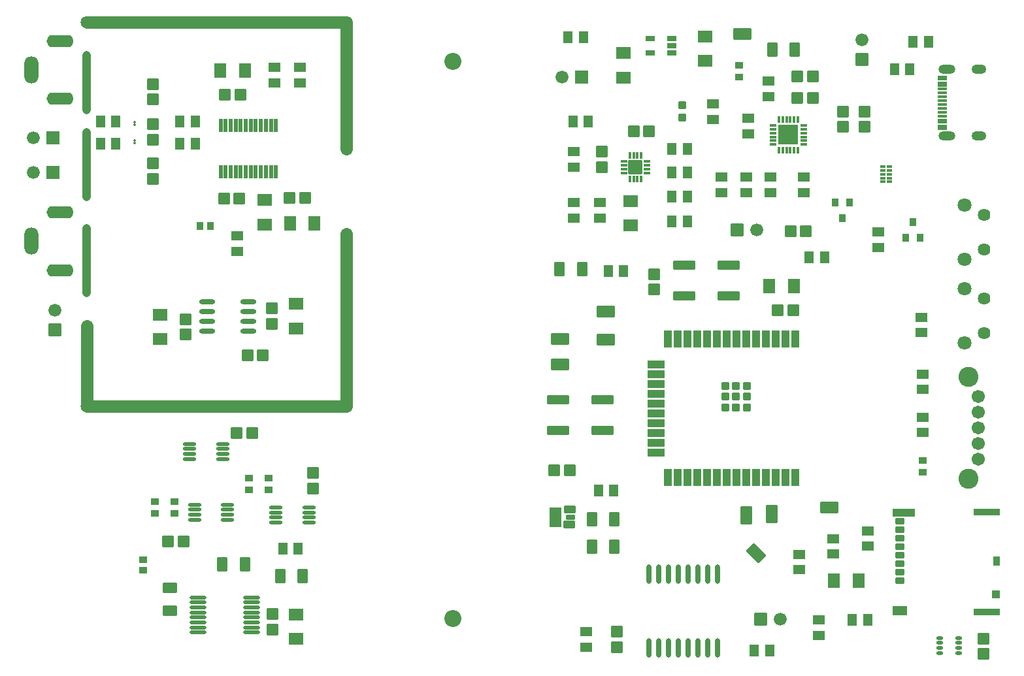
<source format=gts>
G04 Layer: TopSolderMaskLayer*
G04 EasyEDA v6.5.22, 2022-12-05 14:56:37*
G04 05bf86c157214e56ba330cf237c0dbe7,b19d526b7a914c21af0811b40d406c84,10*
G04 Gerber Generator version 0.2*
G04 Scale: 100 percent, Rotated: No, Reflected: No *
G04 Dimensions in millimeters *
G04 leading zeros omitted , absolute positions ,4 integer and 5 decimal *
%FSLAX45Y45*%
%MOMM*%

%AMMACRO1*1,1,$1,$2,$3*1,1,$1,$4,$5*1,1,$1,0-$2,0-$3*1,1,$1,0-$4,0-$5*20,1,$1,$2,$3,$4,$5,0*20,1,$1,$4,$5,0-$2,0-$3,0*20,1,$1,0-$2,0-$3,0-$4,0-$5,0*20,1,$1,0-$4,0-$5,$2,$3,0*4,1,4,$2,$3,$4,$5,0-$2,0-$3,0-$4,0-$5,$2,$3,0*%
%AMMACRO2*4,1,4,-0.4509,-0.5016,-0.4509,0.5016,0.4509,0.5016,0.4509,-0.5016,-0.4509,-0.5016,0*%
%AMMACRO3*4,1,4,-0.4509,-0.5004,-0.4509,0.5004,0.4509,0.5004,0.4509,-0.5004,-0.4509,-0.5004,0*%
%AMMACRO4*4,1,4,-0.4496,-0.5004,-0.4496,0.5004,0.4496,0.5004,0.4496,-0.5004,-0.4496,-0.5004,0*%
%AMMACRO5*4,1,4,-0.4496,-0.5016,-0.4496,0.5016,0.4496,0.5016,0.4496,-0.5016,-0.4496,-0.5016,0*%
%ADD10C,1.6016*%
%ADD11C,1.1016*%
%ADD12R,1.6764X1.6764*%
%ADD13C,1.6764*%
%ADD14C,1.6256*%
%ADD15C,2.2032*%
%ADD16MACRO1,0.1016X-0.7874X0.7874X0.7874X0.7874*%
%ADD17O,3.5015932X1.6015970000000002*%
%ADD18O,1.8516092000000002X3.5015932*%
%ADD19MACRO1,0.1016X-1.1X0.7X1.1X0.7*%
%ADD20MACRO1,0.1016X-0.7X-1.1X-0.7X1.1*%
%ADD21MACRO1,0.1016X0.2829X-1.2728X-1.2728X0.2829*%
%ADD22MACRO1,0.1016X1.1X-0.7X-1.1X-0.7*%
%ADD23MACRO1,0.1016X0.675X-0.705X-0.675X-0.705*%
%ADD24MACRO1,0.1016X0.675X0.705X-0.675X0.705*%
%ADD25MACRO1,0.1016X0.7874X0.7874X0.7874X-0.7874*%
%ADD26MACRO1,0.1016X0.4X-0.45X-0.4X-0.45*%
%ADD27MACRO1,0.1016X0.45X0.4X0.45X-0.4*%
%ADD28MACRO1,0.1016X-0.11X0.08X0.11X0.08*%
%ADD29MACRO1,0.1016X-1.375X0.5X1.375X0.5*%
%ADD30MACRO2*%
%ADD31MACRO3*%
%ADD32MACRO4*%
%ADD33MACRO5*%
%ADD34MACRO1,0.1016X0.432X-0.4032X-0.432X-0.4032*%
%ADD35MACRO1,0.1016X0.432X0.4032X-0.432X0.4032*%
%ADD36MACRO1,0.1016X-0.432X0.4032X0.432X0.4032*%
%ADD37MACRO1,0.1016X-0.432X-0.4032X0.432X-0.4032*%
%ADD38O,0.8686037999999999X0.4656074*%
%ADD39MACRO1,0.1016X0.675X0.45X0.675X-0.45*%
%ADD40MACRO1,0.1016X0.525X0.25X0.525X-0.25*%
%ADD41MACRO1,0.1016X0.725X1.25X0.725X-1.25*%
%ADD42C,2.6016*%
%ADD43C,1.7016*%
%ADD44MACRO1,0.1016X-0.575X-0.15X-0.575X0.15*%
%ADD45O,2.2015958X1.2015978000000003*%
%ADD46O,1.9015964X1.2015978000000003*%
%ADD47O,0.6755891999999999X2.5021032*%
%ADD48MACRO1,0.1016X-0.55X-0.35X-0.55X0.35*%
%ADD49MACRO1,0.1016X-1.4X-0.43X-1.4X0.43*%
%ADD50MACRO1,0.1016X-0.915X-0.57X-0.915X0.57*%
%ADD51MACRO1,0.1016X-1.665X-0.35X-1.665X0.35*%
%ADD52R,1.0016X1.0016*%
%ADD53MACRO1,0.1016X-0.39X-0.525X-0.39X0.525*%
%ADD54MACRO1,0.1016X0.3X-0.125X-0.3X-0.125*%
%ADD55MACRO1,0.1016X0.2X-0.825X-0.2X-0.825*%
%ADD56O,2.2015958X0.5015992*%
%ADD57O,1.7635982000000001X0.4656074*%
%ADD58MACRO1,0.1016X-0.85X-0.85X-0.85X0.85*%
%ADD59O,0.9015984X0.38160960000000005*%
%ADD60O,0.38160960000000005X0.9015984*%
%ADD61MACRO1,0.1016X0.4X-0.14X-0.4X-0.14*%
%ADD62MACRO1,0.1016X0.14X-0.4X-0.14X-0.4*%
%ADD63MACRO1,0.1016X1.25X-1.25X-1.25X-1.25*%
%ADD64O,2.051812X0.6700012*%
%ADD65MACRO1,0.2032X-0.4X-0.4X-0.4X0.4*%
%ADD66MACRO1,0.1016X-0.7425X-0.864X-0.7425X0.864*%
%ADD67MACRO1,0.1016X0.7425X-0.864X0.7425X0.864*%
%ADD68MACRO1,0.1016X0.7425X0.864X0.7425X-0.864*%
%ADD69MACRO1,0.1016X-0.7425X0.864X-0.7425X-0.864*%
%ADD70MACRO1,0.1016X0.705X0.675X0.705X-0.675*%
%ADD71MACRO1,0.1016X-0.705X0.675X-0.705X-0.675*%
%ADD72MACRO1,0.1016X-0.705X-0.675X-0.705X0.675*%
%ADD73MACRO1,0.1016X0.705X-0.675X0.705X0.675*%
%ADD74MACRO1,0.1016X-0.675X0.705X0.675X0.705*%
%ADD75MACRO1,0.1016X-0.675X-0.705X0.675X-0.705*%
%ADD76MACRO1,0.1016X0.864X-0.7425X-0.864X-0.7425*%
%ADD77MACRO1,0.1016X0.864X0.7425X-0.864X0.7425*%
%ADD78MACRO1,0.1016X-0.864X0.7425X0.864X0.7425*%
%ADD79MACRO1,0.1016X-0.864X-0.7425X0.864X-0.7425*%
%ADD80MACRO1,0.1016X-0.5663X-0.6885X-0.5663X0.6885*%
%ADD81MACRO1,0.1016X0.5663X-0.6885X0.5663X0.6885*%
%ADD82MACRO1,0.1016X-0.6885X0.5663X0.6885X0.5663*%
%ADD83MACRO1,0.1016X-0.6885X-0.5663X0.6885X-0.5663*%
%ADD84MACRO1,0.1016X-0.6038X-0.8505X-0.6038X0.8505*%
%ADD85MACRO1,0.1016X0.6038X-0.8505X0.6038X0.8505*%
%ADD86MACRO1,0.1016X0.6885X-0.5663X-0.6885X-0.5663*%
%ADD87MACRO1,0.1016X0.6885X0.5663X-0.6885X0.5663*%
%ADD88MACRO1,0.1016X0.5663X0.6885X0.5663X-0.6885*%
%ADD89MACRO1,0.1016X-0.5663X0.6885X-0.5663X-0.6885*%
%ADD90MACRO1,0.1016X0.8505X-0.6038X-0.8505X-0.6038*%
%ADD91MACRO1,0.1016X0.8505X0.6038X-0.8505X0.6038*%
%ADD92MACRO1,0.1016X0.6038X0.8505X0.6038X-0.8505*%
%ADD93MACRO1,0.1016X-0.6038X0.8505X-0.6038X-0.8505*%
%ADD94MACRO1,0.1016X-0.7349X-0.58X-0.7349X0.58*%
%ADD95C,1.8016*%
%ADD96MACRO1,0.1016X0.475X-1.05X-0.475X-1.05*%
%ADD97MACRO1,0.1016X1.05X-0.475X-1.05X-0.475*%
%ADD98MACRO1,0.1016X-0.45X0.45X0.45X0.45*%
%ADD99MACRO1,0.1016X-0.4499X0.45X0.4499X0.45*%
%ADD100O,1.7935956000000002X0.4656074*%
%ADD101MACRO1,0.1016X-0.5X0.3X0.5X0.3*%
%ADD102MACRO1,0.1016X0.5X-0.3X-0.5X-0.3*%
%ADD103C,0.0160*%

%LPD*%
D10*
X7277100Y3390900D02*
G01*
X7277100Y5626100D01*
D11*
X3911600Y5702300D02*
G01*
X3911600Y4864100D01*
X3911600Y6946900D02*
G01*
X3911600Y6108700D01*
X3911600Y7950200D02*
G01*
X3911600Y7239000D01*
D10*
X3917111Y8370900D02*
G01*
X7277100Y8370900D01*
X7277100Y6731000D02*
G01*
X7277100Y8370900D01*
X3917111Y3390900D02*
G01*
X7277100Y3390900D01*
X3917111Y4432300D02*
G01*
X3917111Y3390900D01*
D12*
G01*
X3479800Y6870700D03*
D13*
G01*
X3225800Y6870700D03*
D14*
G01*
X7277100Y3390900D03*
G01*
X7277100Y8370900D03*
G01*
X3917111Y8370900D03*
G01*
X3917111Y3390900D03*
D15*
G01*
X8661400Y643509D03*
G01*
X8661400Y7865490D03*
D16*
G01*
X3505200Y4381500D03*
D13*
G01*
X3505200Y4635500D03*
D12*
G01*
X3479800Y6426200D03*
D13*
G01*
X3225800Y6426200D03*
D17*
G01*
X3568700Y5905500D03*
G01*
X3568700Y5155488D03*
D18*
G01*
X3198698Y5530494D03*
D17*
G01*
X3568700Y8128000D03*
G01*
X3568700Y7377988D03*
D18*
G01*
X3198698Y7752994D03*
D19*
G01*
X10642600Y4254500D03*
G01*
X10642600Y4622800D03*
G01*
X10045700Y4267200D03*
G01*
X10045700Y3937000D03*
D20*
G01*
X12788900Y1993900D03*
D21*
G01*
X12585700Y1485900D03*
D20*
G01*
X12458700Y1981200D03*
D19*
G01*
X13538200Y2082800D03*
D22*
G01*
X12407900Y8216900D03*
D23*
G01*
X15532100Y379402D03*
D24*
G01*
X15532100Y179397D03*
D25*
G01*
X12344400Y5676900D03*
D13*
G01*
X12598400Y5676900D03*
D25*
G01*
X12649200Y635000D03*
D13*
G01*
X12903200Y635000D03*
D16*
G01*
X13957300Y7886700D03*
D13*
G01*
X13957300Y8140700D03*
D26*
G01*
X5378300Y5727700D03*
G01*
X5518299Y5727700D03*
D27*
G01*
X4648200Y1263500D03*
G01*
X4648200Y1403499D03*
D28*
G01*
X4533900Y6837654D03*
G01*
X4533900Y6802155D03*
G01*
X4533900Y7078954D03*
G01*
X4533900Y7043455D03*
D29*
G01*
X10020300Y3479800D03*
G01*
X10595300Y3479800D03*
G01*
X10020300Y3079800D03*
G01*
X10595300Y3079800D03*
G01*
X11658600Y5219700D03*
G01*
X12233600Y5219700D03*
G01*
X11658600Y4819700D03*
G01*
X12233600Y4819700D03*
D30*
G01*
X14617826Y5776848D03*
D31*
G01*
X14522830Y5576824D03*
D32*
G01*
X14712696Y5576824D03*
D31*
G01*
X13703426Y5830824D03*
D33*
G01*
X13798296Y6030848D03*
D30*
G01*
X13608430Y6030848D03*
D34*
G01*
X12369800Y7809624D03*
D35*
G01*
X12369800Y7658975D03*
D34*
G01*
X5054600Y2158124D03*
D35*
G01*
X5054600Y2007475D03*
D34*
G01*
X4800600Y2158124D03*
D35*
G01*
X4800600Y2007475D03*
D36*
G01*
X14744700Y2540875D03*
D37*
G01*
X14744700Y2691524D03*
D38*
G01*
X14961743Y389610D03*
G01*
X14961743Y324586D03*
G01*
X14961743Y259587D03*
G01*
X14961743Y194589D03*
G01*
X15213456Y194589D03*
G01*
X15213456Y259587D03*
G01*
X15213456Y324586D03*
G01*
X15213456Y389610D03*
D39*
G01*
X10169908Y2050787D03*
D40*
G01*
X10182608Y1955788D03*
D39*
G01*
X10168615Y1860810D03*
D41*
G01*
X9984993Y1956385D03*
D42*
G01*
X15341447Y2450896D03*
D43*
G01*
X15468447Y3111296D03*
D42*
G01*
X15341447Y3771696D03*
D43*
G01*
X15468447Y2704896D03*
G01*
X15468447Y2908096D03*
G01*
X15468447Y3314496D03*
G01*
X15468447Y3517696D03*
D44*
G01*
X15002780Y7662901D03*
G01*
X15002780Y7632900D03*
G01*
X15002755Y7582902D03*
G01*
X15002755Y7552899D03*
G01*
X15002780Y7502907D03*
G01*
X15002678Y7452869D03*
G01*
X15002780Y7402907D03*
G01*
X15002780Y7352894D03*
G01*
X15002780Y7302907D03*
G01*
X15002780Y7252895D03*
G01*
X15002780Y7202907D03*
G01*
X15002678Y7152895D03*
G01*
X15002780Y7102902D03*
G01*
X15002780Y7072903D03*
G01*
X15002780Y7022903D03*
G01*
X15002780Y6992903D03*
D45*
G01*
X15059304Y6895896D03*
G01*
X15059304Y7759903D03*
D46*
G01*
X15477312Y7759903D03*
G01*
X15477312Y6895896D03*
D47*
G01*
X11201400Y261569D03*
G01*
X11328400Y261569D03*
G01*
X11455400Y261569D03*
G01*
X11582400Y261569D03*
G01*
X11709400Y261569D03*
G01*
X11836400Y261569D03*
G01*
X11963400Y261569D03*
G01*
X12090400Y261569D03*
G01*
X11201400Y1211630D03*
G01*
X11328400Y1211630D03*
G01*
X11455400Y1211630D03*
G01*
X11582400Y1211630D03*
G01*
X11709400Y1211630D03*
G01*
X11836400Y1211630D03*
G01*
X11963400Y1211630D03*
G01*
X12090400Y1211630D03*
D48*
G01*
X14447969Y1129733D03*
G01*
X14447969Y1239733D03*
G01*
X14447969Y1349733D03*
G01*
X14447969Y1459732D03*
G01*
X14447969Y1569732D03*
G01*
X14447969Y1679732D03*
G01*
X14447969Y1789732D03*
G01*
X14447969Y1899732D03*
D49*
G01*
X14497966Y2011725D03*
D50*
G01*
X14449470Y745723D03*
D51*
G01*
X15574472Y2019724D03*
G01*
X15574469Y723724D03*
D52*
G01*
X15695955Y954735D03*
D53*
G01*
X15701967Y1381221D03*
D54*
G01*
X14317294Y6300800D03*
G01*
X14317294Y6350787D03*
G01*
X14317294Y6400800D03*
G01*
X14317294Y6450812D03*
G01*
X14317294Y6500799D03*
G01*
X14232305Y6500799D03*
G01*
X14232305Y6450812D03*
G01*
X14232305Y6400800D03*
G01*
X14232305Y6350787D03*
G01*
X14232305Y6300800D03*
D55*
G01*
X6039599Y7033257D03*
G01*
X6104597Y7033260D03*
G01*
X6169596Y7033260D03*
G01*
X6234595Y7033260D03*
G01*
X6299593Y7033260D03*
G01*
X6364592Y7033260D03*
G01*
X5974600Y7033260D03*
G01*
X5649607Y7033260D03*
G01*
X5714606Y7033260D03*
G01*
X5779604Y7033260D03*
G01*
X5844603Y7033260D03*
G01*
X5909602Y7033260D03*
G01*
X6104597Y6428739D03*
G01*
X6169596Y6428739D03*
G01*
X6234595Y6428739D03*
G01*
X6299593Y6428739D03*
G01*
X6364592Y6428739D03*
G01*
X6039599Y6428739D03*
G01*
X5649607Y6428739D03*
G01*
X5714606Y6428739D03*
G01*
X5779604Y6428739D03*
G01*
X5844603Y6428739D03*
G01*
X5909602Y6428739D03*
G01*
X5974600Y6428742D03*
D56*
G01*
X6047308Y913307D03*
G01*
X5357291Y458292D03*
G01*
X5357291Y523290D03*
G01*
X5357291Y588289D03*
G01*
X5357291Y653287D03*
G01*
X5357291Y718312D03*
G01*
X5357291Y783310D03*
G01*
X5357291Y848309D03*
G01*
X5357291Y913307D03*
G01*
X6047308Y848309D03*
G01*
X6047308Y783310D03*
G01*
X6047308Y718312D03*
G01*
X6047308Y458292D03*
G01*
X6047308Y523290D03*
G01*
X6047308Y588289D03*
G01*
X6047308Y653287D03*
D57*
G01*
X5247893Y2904210D03*
G01*
X5247893Y2839186D03*
G01*
X5247893Y2774187D03*
G01*
X5247893Y2709189D03*
G01*
X5674106Y2904210D03*
G01*
X5674106Y2839186D03*
G01*
X5674106Y2774187D03*
G01*
X5674106Y2709189D03*
G01*
X6365493Y2078710D03*
G01*
X6365493Y2013686D03*
G01*
X6365493Y1948687D03*
G01*
X6365493Y1883689D03*
G01*
X6791706Y2078710D03*
G01*
X6791706Y2013686D03*
G01*
X6791706Y1948687D03*
G01*
X6791706Y1883689D03*
D58*
G01*
X11023612Y6489712D03*
D59*
G01*
X10873613Y6414770D03*
G01*
X10873613Y6464807D03*
G01*
X10873613Y6514592D03*
G01*
X10873613Y6564629D03*
D60*
G01*
X10948695Y6639687D03*
G01*
X10998733Y6639687D03*
G01*
X11048517Y6639687D03*
G01*
X11098555Y6639687D03*
D59*
G01*
X11173612Y6564629D03*
G01*
X11173612Y6514592D03*
G01*
X11173612Y6464807D03*
G01*
X11173612Y6414770D03*
D60*
G01*
X11098555Y6339687D03*
G01*
X11048517Y6339687D03*
G01*
X10998733Y6339687D03*
G01*
X10948695Y6339687D03*
D61*
G01*
X13204799Y6783806D03*
G01*
X13204799Y6833793D03*
G01*
X13204799Y6883806D03*
G01*
X13204799Y6933793D03*
G01*
X13204799Y6983806D03*
G01*
X13204799Y7033793D03*
D62*
G01*
X13129793Y7108799D03*
G01*
X13079806Y7108799D03*
G01*
X13029793Y7108799D03*
G01*
X12979806Y7108799D03*
G01*
X12929793Y7108799D03*
G01*
X12879806Y7108799D03*
D61*
G01*
X12804800Y7033793D03*
G01*
X12804800Y6983806D03*
G01*
X12804800Y6933793D03*
G01*
X12804800Y6883806D03*
G01*
X12804800Y6833793D03*
G01*
X12804800Y6783781D03*
D62*
G01*
X12879806Y6708800D03*
G01*
X12929793Y6708800D03*
G01*
X12979806Y6708800D03*
G01*
X13029793Y6708800D03*
G01*
X13079806Y6708800D03*
G01*
X13129793Y6708800D03*
D63*
G01*
X13004825Y6910044D03*
D64*
G01*
X6010909Y4368800D03*
G01*
X6010909Y4495800D03*
G01*
X6010909Y4622800D03*
G01*
X6010909Y4749800D03*
G01*
X5469890Y4368800D03*
G01*
X5469890Y4495800D03*
G01*
X5469890Y4622800D03*
G01*
X5469890Y4749800D03*
D34*
G01*
X6273800Y2462924D03*
D35*
G01*
X6273800Y2312275D03*
D36*
G01*
X6019800Y2312275D03*
D37*
G01*
X6019800Y2462924D03*
D65*
G01*
X11633194Y7297394D03*
G01*
X11633194Y7137394D03*
D66*
G01*
X13913350Y1130300D03*
D67*
G01*
X13594849Y1130300D03*
D68*
G01*
X12756649Y4953000D03*
D69*
G01*
X13075150Y4953000D03*
D70*
G01*
X12866697Y4635500D03*
D71*
G01*
X13066702Y4635500D03*
D72*
G01*
X13231802Y5664200D03*
D73*
G01*
X13031797Y5664200D03*
D70*
G01*
X13120697Y7670800D03*
D71*
G01*
X13320702Y7670800D03*
D70*
G01*
X13120697Y7391400D03*
D71*
G01*
X13320702Y7391400D03*
D23*
G01*
X13716000Y7212002D03*
D24*
G01*
X13716000Y7011997D03*
D23*
G01*
X13995400Y7212002D03*
D24*
G01*
X13995400Y7011997D03*
D72*
G01*
X10171102Y2565400D03*
D73*
G01*
X9971097Y2565400D03*
D74*
G01*
X11264900Y4903797D03*
D75*
G01*
X11264900Y5103802D03*
D76*
G01*
X11925300Y8185650D03*
D77*
G01*
X11925300Y7867149D03*
D74*
G01*
X10591800Y6491297D03*
D75*
G01*
X10591800Y6691302D03*
D78*
G01*
X10960100Y5733549D03*
D79*
G01*
X10960100Y6052050D03*
D76*
G01*
X10871200Y7969750D03*
D77*
G01*
X10871200Y7651249D03*
D23*
G01*
X6311900Y4659302D03*
D24*
G01*
X6311900Y4459297D03*
D72*
G01*
X6196002Y4051300D03*
D73*
G01*
X5995997Y4051300D03*
D76*
G01*
X6629400Y4718550D03*
D77*
G01*
X6629400Y4400049D03*
D74*
G01*
X5194300Y4319597D03*
D75*
G01*
X5194300Y4519602D03*
D78*
G01*
X4864100Y4260349D03*
D79*
G01*
X4864100Y4578850D03*
D66*
G01*
X5963150Y7747000D03*
D67*
G01*
X5644649Y7747000D03*
D78*
G01*
X6223000Y5746249D03*
D79*
G01*
X6223000Y6064750D03*
D72*
G01*
X5891202Y6083300D03*
D73*
G01*
X5691197Y6083300D03*
D23*
G01*
X4775200Y6538902D03*
D24*
G01*
X4775200Y6338897D03*
D23*
G01*
X4775200Y7046902D03*
D24*
G01*
X4775200Y6846897D03*
D23*
G01*
X4775200Y7567602D03*
D24*
G01*
X4775200Y7367597D03*
D74*
G01*
X10782300Y268297D03*
D75*
G01*
X10782300Y468302D03*
D74*
G01*
X6324600Y496897D03*
D75*
G01*
X6324600Y696902D03*
D78*
G01*
X6629400Y374149D03*
D79*
G01*
X6629400Y692650D03*
D72*
G01*
X6056302Y3048000D03*
D73*
G01*
X5856297Y3048000D03*
D23*
G01*
X6845300Y2525702D03*
D24*
G01*
X6845300Y2325697D03*
D72*
G01*
X11199802Y6959600D03*
D73*
G01*
X10999797Y6959600D03*
D72*
G01*
X5903902Y7429500D03*
D73*
G01*
X5703897Y7429500D03*
D66*
G01*
X6864850Y5765800D03*
D67*
G01*
X6546349Y5765800D03*
D72*
G01*
X6742102Y6096000D03*
D73*
G01*
X6542097Y6096000D03*
D70*
G01*
X4967297Y1638300D03*
D71*
G01*
X5167302Y1638300D03*
D80*
G01*
X13473104Y5321300D03*
D81*
G01*
X13273095Y5321300D03*
D82*
G01*
X12750800Y7405695D03*
D83*
G01*
X12750800Y7605704D03*
D84*
G01*
X13089176Y8013700D03*
D85*
G01*
X12793423Y8013700D03*
D82*
G01*
X13208000Y6161095D03*
D83*
G01*
X13208000Y6361104D03*
D82*
G01*
X14173200Y5449895D03*
D83*
G01*
X14173200Y5649904D03*
D82*
G01*
X12776200Y6161095D03*
D83*
G01*
X12776200Y6361104D03*
D82*
G01*
X12458700Y6161095D03*
D83*
G01*
X12458700Y6361104D03*
D86*
G01*
X12484100Y7123104D03*
D87*
G01*
X12484100Y6923095D03*
D80*
G01*
X14819304Y8115300D03*
D81*
G01*
X14619295Y8115300D03*
D80*
G01*
X14578004Y7759700D03*
D81*
G01*
X14377995Y7759700D03*
D88*
G01*
X10212395Y7086600D03*
D89*
G01*
X10412404Y7086600D03*
D86*
G01*
X10223500Y6691304D03*
D87*
G01*
X10223500Y6491295D03*
D82*
G01*
X10223500Y5830895D03*
D83*
G01*
X10223500Y6030904D03*
D82*
G01*
X12141200Y6161095D03*
D83*
G01*
X12141200Y6361104D03*
D88*
G01*
X11495095Y5791200D03*
D89*
G01*
X11695104Y5791200D03*
D88*
G01*
X11495095Y6108700D03*
D89*
G01*
X11695104Y6108700D03*
D88*
G01*
X11495095Y6426200D03*
D89*
G01*
X11695104Y6426200D03*
D80*
G01*
X11695104Y6731000D03*
D81*
G01*
X11495095Y6731000D03*
D86*
G01*
X10566400Y6030904D03*
D87*
G01*
X10566400Y5830895D03*
D80*
G01*
X10869604Y5143500D03*
D81*
G01*
X10669595Y5143500D03*
D84*
G01*
X10333276Y5168900D03*
D85*
G01*
X10037523Y5168900D03*
D86*
G01*
X13144500Y1471604D03*
D87*
G01*
X13144500Y1271595D03*
D88*
G01*
X13831895Y622300D03*
D89*
G01*
X14031904Y622300D03*
D82*
G01*
X6680200Y7583495D03*
D83*
G01*
X6680200Y7783504D03*
D82*
G01*
X6350000Y7583495D03*
D83*
G01*
X6350000Y7783504D03*
D82*
G01*
X5867400Y5399095D03*
D83*
G01*
X5867400Y5599104D03*
D80*
G01*
X4291004Y6794500D03*
D81*
G01*
X4090995Y6794500D03*
D80*
G01*
X4291004Y7086600D03*
D81*
G01*
X4090995Y7086600D03*
D80*
G01*
X5319704Y6794500D03*
D81*
G01*
X5119695Y6794500D03*
D80*
G01*
X5319704Y7086600D03*
D81*
G01*
X5119695Y7086600D03*
D80*
G01*
X12761904Y228600D03*
D81*
G01*
X12561895Y228600D03*
D82*
G01*
X13398500Y420695D03*
D83*
G01*
X13398500Y620704D03*
D82*
G01*
X10388600Y268295D03*
D83*
G01*
X10388600Y468304D03*
D90*
G01*
X4991100Y1036876D03*
D91*
G01*
X4991100Y741123D03*
D92*
G01*
X5668723Y1346200D03*
D93*
G01*
X5964476Y1346200D03*
D84*
G01*
X6713776Y1193800D03*
D85*
G01*
X6418023Y1193800D03*
D88*
G01*
X6453195Y1549400D03*
D89*
G01*
X6653204Y1549400D03*
D92*
G01*
X10456623Y1574800D03*
D93*
G01*
X10752376Y1574800D03*
D92*
G01*
X10456623Y1930400D03*
D93*
G01*
X10752376Y1930400D03*
D88*
G01*
X10542595Y2298700D03*
D89*
G01*
X10742604Y2298700D03*
D82*
G01*
X14732000Y4344995D03*
D83*
G01*
X14732000Y4545004D03*
D82*
G01*
X14744700Y3049595D03*
D83*
G01*
X14744700Y3249604D03*
D82*
G01*
X14744700Y3608395D03*
D83*
G01*
X14744700Y3808404D03*
D80*
G01*
X10348904Y8178800D03*
D81*
G01*
X10148895Y8178800D03*
D12*
G01*
X10325100Y7658100D03*
D13*
G01*
X10071100Y7658100D03*
D94*
G01*
X12026912Y7112012D03*
G01*
X12026912Y7315212D03*
D86*
G01*
X14033500Y1776404D03*
D87*
G01*
X14033500Y1576395D03*
D82*
G01*
X13589000Y1474795D03*
D83*
G01*
X13589000Y1674804D03*
D14*
G01*
X15540812Y4341393D03*
G01*
X15540812Y4791405D03*
D95*
G01*
X15290800Y4216400D03*
G01*
X15290800Y4916398D03*
D14*
G01*
X15540812Y5420893D03*
G01*
X15540812Y5870905D03*
D95*
G01*
X15290800Y5295900D03*
G01*
X15290800Y5995898D03*
D96*
G01*
X13092257Y4265504D03*
G01*
X12965257Y4265504D03*
G01*
X12838257Y4265504D03*
G01*
X12711257Y4265504D03*
G01*
X12584257Y4265504D03*
G01*
X12457257Y4265504D03*
G01*
X12330257Y4265504D03*
G01*
X12203257Y4265504D03*
G01*
X12076257Y4265504D03*
G01*
X11949257Y4265504D03*
G01*
X11822257Y4265504D03*
G01*
X11695257Y4265504D03*
G01*
X11568257Y4265504D03*
G01*
X11441257Y4265504D03*
D97*
G01*
X11291759Y3936987D03*
G01*
X11291759Y3809987D03*
G01*
X11291759Y3682987D03*
G01*
X11291759Y3555987D03*
G01*
X11291759Y3428987D03*
G01*
X11291759Y3301987D03*
G01*
X11291759Y3174987D03*
G01*
X11291759Y3047987D03*
G01*
X11291759Y2920987D03*
G01*
X11291759Y2793987D03*
D96*
G01*
X11441257Y2465494D03*
G01*
X11568257Y2465494D03*
G01*
X11695257Y2465494D03*
G01*
X11822257Y2465494D03*
G01*
X11949257Y2465494D03*
G01*
X12076257Y2465494D03*
G01*
X12203257Y2465494D03*
G01*
X12330257Y2465494D03*
G01*
X12457257Y2465494D03*
G01*
X12584257Y2465494D03*
G01*
X12711257Y2465494D03*
G01*
X12838257Y2465494D03*
G01*
X12965257Y2465494D03*
G01*
X13092257Y2465494D03*
D98*
G01*
X12324153Y3515525D03*
G01*
X12324151Y3655500D03*
G01*
X12324151Y3375498D03*
G01*
X12464153Y3375498D03*
G01*
X12464153Y3515499D03*
G01*
X12464153Y3655500D03*
G01*
X12184161Y3655500D03*
D99*
G01*
X12184155Y3515499D03*
D98*
G01*
X12184161Y3375498D03*
D100*
G01*
X5739104Y1921789D03*
G01*
X5739104Y1986813D03*
G01*
X5739104Y2051812D03*
G01*
X5739104Y2116810D03*
G01*
X5309895Y1921789D03*
G01*
X5309895Y1986813D03*
G01*
X5309895Y2051812D03*
G01*
X5309895Y2116810D03*
D101*
G01*
X11493802Y7969498D03*
G01*
X11493802Y8064500D03*
G01*
X11493802Y8159501D03*
D102*
G01*
X11213802Y8159501D03*
G01*
X11213802Y7969498D03*
M02*

</source>
